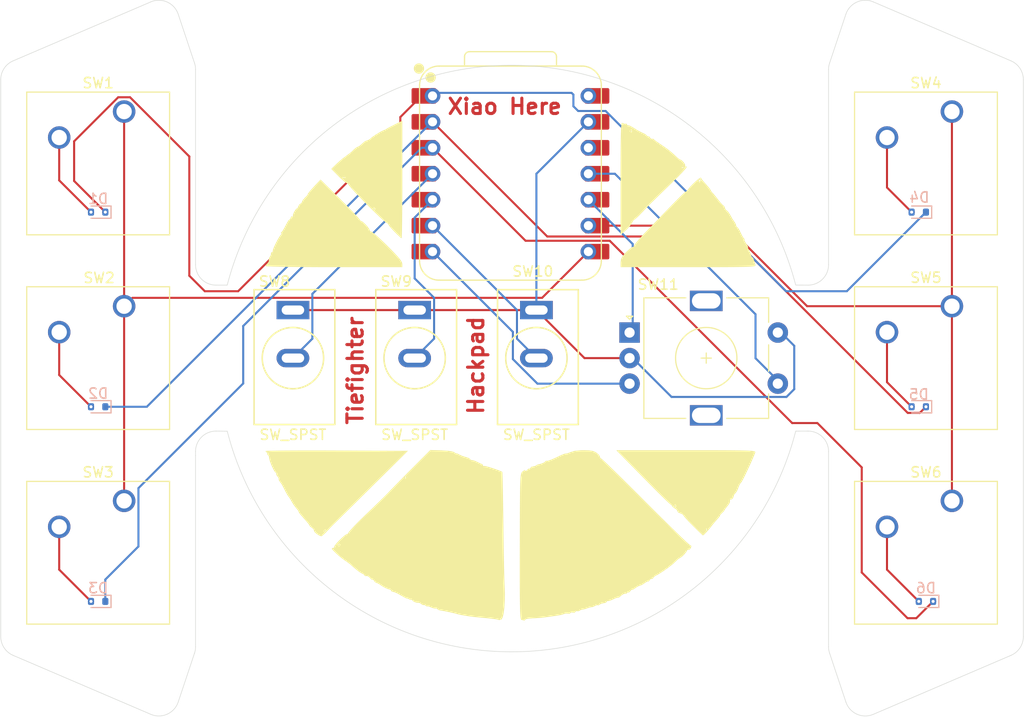
<source format=kicad_pcb>
(kicad_pcb (version 20240108) (generator "pcbnew") (generator_version "8.0")
  (layers (0 "F.Cu" signal) (31 "B.Cu" signal) (34 "B.Paste" user) (35 "F.Paste" user) (36 "B.SilkS" user "B.Silkscreen") (37 "F.SilkS" user "F.Silkscreen") (38 "B.Mask" user) (39 "F.Mask" user) (44 "Edge.Cuts" user))
  (net 0 "")
  (net 1 "Net-(D1-A)")
  (net 2 "Net-(D2-A)")
  (net 3 "Net-(D3-A)")
  (net 4 "Net-(D4-A)")
  (net 5 "Net-(D5-A)")
  (net 6 "Net-(D6-A)")
  (net 7 "Net-(D1-K)")
  (net 8 "GND")
  (net 9 "Net-(U1-GPIO0{slash}TX)")
  (net 10 "Net-(U1-GPIO3{slash}MOSI)")
  (net 11 "Net-(SW8-B)")
  (net 12 "Net-(SW9-B)")
  (net 13 "Net-(SW10-B)")
  (net 14 "Net-(D2-K)")
  (net 15 "Net-(D3-K)")
  (net 16 "Net-(U1-GPIO1{slash}RX)")
  (net 17 "Net-(U1-GPIO2{slash}SCK)")
  (net 18 "Net-(U1-GPIO4{slash}MISO)")
  (net 19 "+5V")
  (footprint "Button_Switch_Keyboard:SW_Cherry_MX_1.00u_PCB" (layer "F.Cu") (at 188.2775 97.31375)
    (property "Reference" "SW6" (at -2.54 -2.794 0) (layer "F.SilkS"))
    (property "Value" "SW_Push")
    (pad "" np_thru_hole circle (at -7.62 5.08) (size 1.7 1.7) (drill 1.7) (layers "*.Cu" "*.Mask"))
    (pad "" np_thru_hole circle (at -2.54 5.08) (size 4 4) (drill 4) (layers "*.Cu" "*.Mask"))
    (pad "" np_thru_hole circle (at 2.54 5.08) (size 1.7 1.7) (drill 1.7) (layers "*.Cu" "*.Mask"))
    (pad "1" thru_hole circle (at 0 0) (size 2.2 2.2) (drill 1.5) (layers "*.Cu" "*.Mask") (net 17 "Net-(U1-GPIO2{slash}SCK)"))
    (pad "2" thru_hole circle (at -6.35 2.54) (size 2.2 2.2) (drill 1.5) (layers "*.Cu" "*.Mask") (net 6 "Net-(D6-A)"))
  )
  (footprint "MountingHole:MountingHole_3.2mm_M3" (layer "F.Cu") (at 180 115)
    (property "Reference" "REF**" (hide yes))
    (property "Value" "MountingHole_3.2mm_M3" (hide yes))
    (pad "" np_thru_hole circle (at 0 0) (size 3.2 3.2) (drill 3.2) (layers "*.Cu" "*.Mask"))
  )
  (footprint "MountingHole:MountingHole_3.2mm_M3" (layer "F.Cu") (at 110 115)
    (property "Reference" "REF**" (hide yes))
    (property "Value" "MountingHole_3.2mm_M3" (hide yes))
    (pad "" np_thru_hole circle (at 0 0) (size 3.2 3.2) (drill 3.2) (layers "*.Cu" "*.Mask"))
  )
  (footprint "OPL:XIAO-RP2040-DIP" (layer "F.Cu") (at 145.1 65.3)
    (property "Reference" "U1" (hide yes))
    (property "Value" "XIAO-RP2040-DIP")
    (pad "1" smd roundrect (at -8.455 -7.62 180) (size 2.432 1.524) (layers "F.Cu" "F.Mask") (roundrect_rratio 0.1) (net 7 "Net-(D1-K)"))
    (pad "1" thru_hole circle (at -7.62 -7.62 180) (size 1.524 1.524) (drill 0.889) (layers "*.Cu" "*.Mask") (net 7 "Net-(D1-K)"))
    (pad "2" smd roundrect (at -8.455 -5.08 180) (size 2.432 1.524) (layers "F.Cu" "F.Mask") (roundrect_rratio 0.1) (net 14 "Net-(D2-K)"))
    (pad "2" thru_hole circle (at -7.62 -5.08 180) (size 1.524 1.524) (drill 0.889) (layers "*.Cu" "*.Mask") (net 14 "Net-(D2-K)"))
    (pad "3" smd roundrect (at -8.455 -2.54 180) (size 2.432 1.524) (layers "F.Cu" "F.Mask") (roundrect_rratio 0.1) (net 15 "Net-(D3-K)"))
    (pad "3" thru_hole circle (at -7.62 -2.54 180) (size 1.524 1.524) (drill 0.889) (layers "*.Cu" "*.Mask") (net 15 "Net-(D3-K)"))
    (pad "4" smd roundrect (at -8.455 0 180) (size 2.432 1.524) (layers "F.Cu" "F.Mask") (roundrect_rratio 0.1) (net 11 "Net-(SW8-B)"))
    (pad "4" thru_hole circle (at -7.62 0 180) (size 1.524 1.524) (drill 0.889) (layers "*.Cu" "*.Mask") (net 11 "Net-(SW8-B)"))
    (pad "5" smd roundrect (at -8.455 2.54 180) (size 2.432 1.524) (layers "F.Cu" "F.Mask") (roundrect_rratio 0.1) (net 12 "Net-(SW9-B)"))
    (pad "5" thru_hole circle (at -7.62 2.54 180) (size 1.524 1.524) (drill 0.889) (layers "*.Cu" "*.Mask") (net 12 "Net-(SW9-B)"))
    (pad "6" smd roundrect (at -8.455 5.08 180) (size 2.432 1.524) (layers "F.Cu" "F.Mask") (roundrect_rratio 0.1) (net 13 "Net-(SW10-B)"))
    (pad "6" thru_hole circle (at -7.62 5.08 180) (size 1.524 1.524) (drill 0.889) (layers "*.Cu" "*.Mask") (net 13 "Net-(SW10-B)"))
    (pad "7" smd roundrect (at -8.455 7.62 180) (size 2.432 1.524) (layers "F.Cu" "F.Mask") (roundrect_rratio 0.1) (net 9 "Net-(U1-GPIO0{slash}TX)"))
    (pad "7" thru_hole circle (at -7.62 7.62 180) (size 1.524 1.524) (drill 0.889) (layers "*.Cu" "*.Mask") (net 9 "Net-(U1-GPIO0{slash}TX)"))
    (pad "8" thru_hole circle (at 7.62 7.62) (size 1.524 1.524) (drill 0.889) (layers "*.Cu" "*.Mask") (net 16 "Net-(U1-GPIO1{slash}RX)"))
    (pad "8" smd roundrect (at 8.455 7.62) (size 2.432 1.524) (layers "F.Cu" "F.Mask") (roundrect_rratio 0.1) (net 16 "Net-(U1-GPIO1{slash}RX)"))
    (pad "9" thru_hole circle (at 7.62 5.08) (size 1.524 1.524) (drill 0.889) (layers "*.Cu" "*.Mask") (net 17 "Net-(U1-GPIO2{slash}SCK)"))
    (pad "9" smd roundrect (at 8.455 5.08) (size 2.432 1.524) (layers "F.Cu" "F.Mask") (roundrect_rratio 0.1) (net 17 "Net-(U1-GPIO2{slash}SCK)"))
    (pad "10" thru_hole circle (at 7.62 2.54) (size 1.524 1.524) (drill 0.889) (layers "*.Cu" "*.Mask") (net 18 "Net-(U1-GPIO4{slash}MISO)"))
    (pad "10" smd roundrect (at 8.455 2.54) (size 2.432 1.524) (layers "F.Cu" "F.Mask") (roundrect_rratio 0.1) (net 18 "Net-(U1-GPIO4{slash}MISO)"))
    (pad "11" thru_hole circle (at 7.62 0) (size 1.524 1.524) (drill 0.889) (layers "*.Cu" "*.Mask") (net 10 "Net-(U1-GPIO3{slash}MOSI)"))
    (pad "11" smd roundrect (at 8.455 0) (size 2.432 1.524) (layers "F.Cu" "F.Mask") (roundrect_rratio 0.1) (net 10 "Net-(U1-GPIO3{slash}MOSI)"))
    (pad "12" thru_hole circle (at 7.62 -2.54) (size 1.524 1.524) (drill 0.889) (layers "*.Cu" "*.Mask"))
    (pad "12" smd roundrect (at 8.455 -2.54) (size 2.432 1.524) (layers "F.Cu" "F.Mask") (roundrect_rratio 0.1))
    (pad "13" thru_hole circle (at 7.62 -5.08) (size 1.524 1.524) (drill 0.889) (layers "*.Cu" "*.Mask") (net 8 "GND"))
    (pad "13" smd roundrect (at 8.455 -5.08) (size 2.432 1.524) (layers "F.Cu" "F.Mask") (roundrect_rratio 0.1) (net 8 "GND"))
    (pad "14" thru_hole circle (at 7.62 -7.62) (size 1.524 1.524) (drill 0.889) (layers "*.Cu" "*.Mask") (net 19 "+5V"))
    (pad "14" smd roundrect (at 8.455 -7.62) (size 2.432 1.524) (layers "F.Cu" "F.Mask") (roundrect_rratio 0.1) (net 19 "+5V"))
  )
  (footprint "OPL2:ToggleSwitch_MTS-101_SPST" (layer "F.Cu") (at 135.73125 83.34375)
    (property "Reference" "SW9" (at -1.8 -7.5 0) (layer "F.SilkS"))
    (property "Value" "SW_SPST" (at 0 7.5 0) (layer "F.SilkS"))
    (pad "1" thru_hole rect (at 0 -4.7) (size 3.2 1.8) (drill oval 2.2 0.9) (layers "*.Cu" "*.Mask") (net 8 "GND"))
    (pad "2" thru_hole oval (at 0 0) (size 3.2 1.8) (drill oval 2.2 0.9) (layers "*.Cu" "*.Mask") (net 12 "Net-(SW9-B)"))
  )
  (footprint "Button_Switch_Keyboard:SW_Cherry_MX_1.00u_PCB" (layer "F.Cu") (at 107.315 78.26375)
    (property "Reference" "SW2" (at -2.445 -2.77375 0) (layer "F.SilkS"))
    (property "Value" "SW_Push")
    (pad "" np_thru_hole circle (at -7.62 5.08) (size 1.7 1.7) (drill 1.7) (layers "*.Cu" "*.Mask"))
    (pad "" np_thru_hole circle (at -2.54 5.08) (size 4 4) (drill 4) (layers "*.Cu" "*.Mask"))
    (pad "" np_thru_hole circle (at 2.54 5.08) (size 1.7 1.7) (drill 1.7) (layers "*.Cu" "*.Mask"))
    (pad "1" thru_hole circle (at 0 0) (size 2.2 2.2) (drill 1.5) (layers "*.Cu" "*.Mask") (net 16 "Net-(U1-GPIO1{slash}RX)"))
    (pad "2" thru_hole circle (at -6.35 2.54) (size 2.2 2.2) (drill 1.5) (layers "*.Cu" "*.Mask") (net 2 "Net-(D2-A)"))
  )
  (footprint "Rotary_Encoder:RotaryEncoder_Alps_EC11E-Switch_Vertical_H20mm" (layer "F.Cu") (at 156.75 80.84375)
    (property "Reference" "SW11" (at 2.8 -4.7 0) (layer "F.SilkS"))
    (property "Value" "RotaryEncoder_Switch")
    (pad "A" thru_hole rect (at 0 0) (size 2 2) (drill 1) (layers "*.Cu" "*.Mask") (net 18 "Net-(U1-GPIO4{slash}MISO)"))
    (pad "B" thru_hole circle (at 0 5) (size 2 2) (drill 1) (layers "*.Cu" "*.Mask") (net 9 "Net-(U1-GPIO0{slash}TX)"))
    (pad "C" thru_hole circle (at 0 2.5) (size 2 2) (drill 1) (layers "*.Cu" "*.Mask") (net 8 "GND"))
    (pad "MP" thru_hole rect (at 7.5 -3.1) (size 3.2 2) (drill oval 2.8 1.5) (layers "*.Cu" "*.Mask"))
    (pad "MP" thru_hole rect (at 7.5 8.1) (size 3.2 2) (drill oval 2.8 1.5) (layers "*.Cu" "*.Mask"))
    (pad "S1" thru_hole circle (at 14.5 5) (size 2 2) (drill 1) (layers "*.Cu" "*.Mask") (net 10 "Net-(U1-GPIO3{slash}MOSI)"))
    (pad "S2" thru_hole circle (at 14.5 0) (size 2 2) (drill 1) (layers "*.Cu" "*.Mask") (net 8 "GND"))
  )
  (footprint "Button_Switch_Keyboard:SW_Cherry_MX_1.00u_PCB" (layer "F.Cu") (at 107.315 97.31375)
    (property "Reference" "SW3" (at -2.54 -2.794 0) (layer "F.SilkS"))
    (property "Value" "SW_Push")
    (pad "" np_thru_hole circle (at -7.62 5.08) (size 1.7 1.7) (drill 1.7) (layers "*.Cu" "*.Mask"))
    (pad "" np_thru_hole circle (at -2.54 5.08) (size 4 4) (drill 4) (layers "*.Cu" "*.Mask"))
    (pad "" np_thru_hole circle (at 2.54 5.08) (size 1.7 1.7) (drill 1.7) (layers "*.Cu" "*.Mask"))
    (pad "1" thru_hole circle (at 0 0) (size 2.2 2.2) (drill 1.5) (layers "*.Cu" "*.Mask") (net 16 "Net-(U1-GPIO1{slash}RX)"))
    (pad "2" thru_hole circle (at -6.35 2.54) (size 2.2 2.2) (drill 1.5) (layers "*.Cu" "*.Mask") (net 3 "Net-(D3-A)"))
  )
  (footprint "Button_Switch_Keyboard:SW_Cherry_MX_1.00u_PCB" (layer "F.Cu") (at 188.2775 78.26375)
    (property "Reference" "SW5" (at -2.54 -2.794 0) (layer "F.SilkS"))
    (property "Value" "SW_Push")
    (pad "" np_thru_hole circle (at -7.62 5.08) (size 1.7 1.7) (drill 1.7) (layers "*.Cu" "*.Mask"))
    (pad "" np_thru_hole circle (at -2.54 5.08) (size 4 4) (drill 4) (layers "*.Cu" "*.Mask"))
    (pad "" np_thru_hole circle (at 2.54 5.08) (size 1.7 1.7) (drill 1.7) (layers "*.Cu" "*.Mask"))
    (pad "1" thru_hole circle (at 0 0) (size 2.2 2.2) (drill 1.5) (layers "*.Cu" "*.Mask") (net 17 "Net-(U1-GPIO2{slash}SCK)"))
    (pad "2" thru_hole circle (at -6.35 2.54) (size 2.2 2.2) (drill 1.5) (layers "*.Cu" "*.Mask") (net 5 "Net-(D5-A)"))
  )
  (footprint "MountingHole:MountingHole_3.2mm_M3" (layer "F.Cu") (at 110 52)
    (property "Reference" "REF**" (hide yes))
    (property "Value" "MountingHole_3.2mm_M3")
    (pad "" np_thru_hole circle (at 0 0) (size 3.2 3.2) (drill 3.2) (layers "*.Cu" "*.Mask"))
  )
  (footprint "OPL2:cockpit" (layer "F.Cu") (at 145.2 83.4)
    (property "Reference" "G***" (hide yes))
    (property "Value" "LOGO" (hide yes))
  )
  (footprint "Button_Switch_Keyboard:SW_Cherry_MX_1.00u_PCB" (layer "F.Cu") (at 107.315 59.21375)
    (property "Reference" "SW1" (at -2.54 -2.794 0) (layer "F.SilkS"))
    (property "Value" "SW_Push")
    (pad "" np_thru_hole circle (at -7.62 5.08) (size 1.7 1.7) (drill 1.7) (layers "*.Cu" "*.Mask"))
    (pad "" np_thru_hole circle (at -2.54 5.08) (size 4 4) (drill 4) (layers "*.Cu" "*.Mask"))
    (pad "" np_thru_hole circle (at 2.54 5.08) (size 1.7 1.7) (drill 1.7) (layers "*.Cu" "*.Mask"))
    (pad "1" thru_hole circle (at 0 0) (size 2.2 2.2) (drill 1.5) (layers "*.Cu" "*.Mask") (net 16 "Net-(U1-GPIO1{slash}RX)"))
    (pad "2" thru_hole circle (at -6.35 2.54) (size 2.2 2.2) (drill 1.5) (layers "*.Cu" "*.Mask") (net 1 "Net-(D1-A)"))
  )
  (footprint "MountingHole:MountingHole_3.2mm_M3" (layer "F.Cu") (at 180 52)
    (property "Reference" "REF**" (hide yes))
    (property "Value" "MountingHole_3.2mm_M3" (hide yes))
    (pad "" np_thru_hole circle (at 0 0) (size 3.2 3.2) (drill 3.2) (layers "*.Cu" "*.Mask"))
  )
  (footprint "OPL2:ToggleSwitch_MTS-101_SPST" (layer "F.Cu") (at 123.825 83.34375)
    (property "Reference" "SW8" (at -1.8 -7.5 0) (layer "F.SilkS"))
    (property "Value" "SW_SPST" (at 0 7.5 0) (layer "F.SilkS"))
    (pad "1" thru_hole rect (at 0 -4.7) (size 3.2 1.8) (drill oval 2.2 0.9) (layers "*.Cu" "*.Mask") (net 8 "GND"))
    (pad "2" thru_hole oval (at 0 0) (size 3.2 1.8) (drill oval 2.2 0.9) (layers "*.Cu" "*.Mask") (net 11 "Net-(SW8-B)"))
  )
  (footprint "Button_Switch_Keyboard:SW_Cherry_MX_1.00u_PCB" (layer "F.Cu") (at 188.2775 59.21375)
    (property "Reference" "SW4" (at -2.54 -2.794 0) (layer "F.SilkS"))
    (property "Value" "SW_Push")
    (pad "" np_thru_hole circle (at -7.62 5.08) (size 1.7 1.7) (drill 1.7) (layers "*.Cu" "*.Mask"))
    (pad "" np_thru_hole circle (at -2.54 5.08) (size 4 4) (drill 4) (layers "*.Cu" "*.Mask"))
    (pad "" np_thru_hole circle (at 2.54 5.08) (size 1.7 1.7) (drill 1.7) (layers "*.Cu" "*.Mask"))
    (pad "1" thru_hole circle (at 0 0) (size 2.2 2.2) (drill 1.5) (layers "*.Cu" "*.Mask") (net 17 "Net-(U1-GPIO2{slash}SCK)"))
    (pad "2" thru_hole circle (at -6.35 2.54) (size 2.2 2.2) (drill 1.5) (layers "*.Cu" "*.Mask") (net 4 "Net-(D4-A)"))
  )
  (footprint "OPL2:ToggleSwitch_MTS-101_SPST" (layer "F.Cu") (at 147.6375 83.34375)
    (property "Reference" "SW10" (at -0.3475 -8.48375 0) (layer "F.SilkS"))
    (property "Value" "SW_SPST" (at 0 7.5 0) (layer "F.SilkS"))
    (pad "1" thru_hole rect (at 0 -4.7) (size 3.2 1.8) (drill oval 2.2 0.9) (layers "*.Cu" "*.Mask") (net 8 "GND"))
    (pad "2" thru_hole oval (at 0 0) (size 3.2 1.8) (drill oval 2.2 0.9) (layers "*.Cu" "*.Mask") (net 13 "Net-(SW10-B)"))
  )
  (footprint "Diode_SMD:D_SOD-523" (layer "B.Cu") (at 104.775 107.15625 180)
    (property "Reference" "D3" (at 0 1.3 0) (layer "B.SilkS") (effects (justify mirror)))
    (property "Value" "1N4148WT")
    (pad "1" smd roundrect (at -0.7 0) (size 0.6 0.7) (layers "B.Cu" "B.Paste" "B.Mask") (net 15 "Net-(D3-K)"))
    (pad "2" smd roundrect (at 0.7 0) (size 0.6 0.7) (layers "B.Cu" "B.Paste" "B.Mask") (net 3 "Net-(D3-A)"))
  )
  (footprint "Diode_SMD:D_SOD-523" (layer "B.Cu") (at 104.775 88.10625 180)
    (property "Reference" "D2" (at 0 1.3 0) (layer "B.SilkS") (effects (justify mirror)))
    (property "Value" "1N4148WT")
    (pad "1" smd roundrect (at -0.7 0) (size 0.6 0.7) (layers "B.Cu" "B.Paste" "B.Mask") (net 14 "Net-(D2-K)"))
    (pad "2" smd roundrect (at 0.7 0) (size 0.6 0.7) (layers "B.Cu" "B.Paste" "B.Mask") (net 2 "Net-(D2-A)"))
  )
  (footprint "Diode_SMD:D_SOD-523" (layer "B.Cu") (at 104.775 69.05625 180)
    (property "Reference" "D1" (at 0 1.3 0) (layer "B.SilkS") (effects (justify mirror)))
    (property "Value" "1N4148WT")
    (pad "1" smd roundrect (at -0.7 0) (size 0.6 0.7) (layers "B.Cu" "B.Paste" "B.Mask") (net 7 "Net-(D1-K)"))
    (pad "2" smd roundrect (at 0.7 0) (size 0.6 0.7) (layers "B.Cu" "B.Paste" "B.Mask") (net 1 "Net-(D1-A)"))
  )
  (footprint "Diode_SMD:D_SOD-523" (layer "B.Cu") (at 185.7375 107.15625 180)
    (property "Reference" "D6" (at 0 1.3 0) (layer "B.SilkS") (effects (justify mirror)))
    (property "Value" "1N4148WT")
    (pad "1" smd roundrect (at -0.7 0) (size 0.6 0.7) (layers "B.Cu" "B.Paste" "B.Mask") (net 15 "Net-(D3-K)"))
    (pad "2" smd roundrect (at 0.7 0) (size 0.6 0.7) (layers "B.Cu" "B.Paste" "B.Mask") (net 6 "Net-(D6-A)"))
  )
  (footprint "Diode_SMD:D_SOD-523" (layer "B.Cu") (at 185.0375 88.10625 180)
    (property "Reference" "D5" (at 0 1.20625 0) (layer "B.SilkS") (effects (justify mirror)))
    (property "Value" "1N4148WT")
    (pad "1" smd roundrect (at -0.7 0) (size 0.6 0.7) (layers "B.Cu" "B.Paste" "B.Mask") (net 14 "Net-(D2-K)"))
    (pad "2" smd roundrect (at 0.7 0) (size 0.6 0.7) (layers "B.Cu" "B.Paste" "B.Mask") (net 5 "Net-(D5-A)"))
  )
  (footprint "Diode_SMD:D_SOD-523" (layer "B.Cu") (at 185.0375 69.05625 180)
    (property "Reference" "D4" (at -0.05625 1.4375 0) (layer "B.SilkS") (effects (justify mirror)))
    (property "Value" "1N4148WT")
    (pad "1" smd roundrect (at -0.7 0) (size 0.6 0.7) (layers "B.Cu" "B.Paste" "B.Mask") (net 7 "Net-(D1-K)"))
    (pad "2" smd roundrect (at 0.7 0) (size 0.6 0.7) (layers "B.Cu" "B.Paste" "B.Mask") (net 4 "Net-(D4-A)"))
  )
  (gr_line (start 173 76.196972) (end 174.2125 76.2) (stroke (width 0.05)) (layer "Edge.Cuts"))
  (gr_line (start 95.25 56.087542) (end 95.25 110.599958) (stroke (width 0.05)) (layer "Edge.Cuts"))
  (gr_line (start 114.3 111.594195) (end 114.3 92.86875) (stroke (width 0.05)) (layer "Edge.Cuts"))
  (gr_arc (start 114.3 111.594195) (mid 114.274176 111.914559) (end 114.197367 112.22665) (stroke (width 0.05)) (layer "Edge.Cuts"))
  (gr_line (start 176.212502 55.093305) (end 176.2125 74.2) (stroke (width 0.05)) (layer "Edge.Cuts"))
  (gr_line (start 194.050338 112.438248) (end 180.591603 118.206277) (stroke (width 0.05)) (layer "Edge.Cuts"))
  (gr_arc (start 180.591603 118.206277) (mid 178.984475 118.192446) (end 177.906397 117.000443) (stroke (width 0.05)) (layer "Edge.Cuts"))
  (gr_arc (start 177.906397 49.687057) (mid 178.984452 48.495002) (end 180.591603 48.481223) (stroke (width 0.05)) (layer "Edge.Cuts"))
  (gr_line (start 96.462162 112.438248) (end 109.920897 118.206277) (stroke (width 0.05)) (layer "Edge.Cuts"))
  (gr_arc (start 96.462162 112.438248) (mid 95.580334 111.700936) (end 95.25 110.599958) (stroke (width 0.05)) (layer "Edge.Cuts"))
  (gr_arc (start 176.2125 74.2) (mid 175.626714 75.614214) (end 174.2125 76.2) (stroke (width 0.05)) (layer "Edge.Cuts"))
  (gr_line (start 177.906397 49.687057) (end 176.315126 54.460873) (stroke (width 0.05)) (layer "Edge.Cuts"))
  (gr_arc (start 114.3 92.4875) (mid 114.885786 91.073286) (end 116.3 90.4875) (stroke (width 0.05)) (layer "Edge.Cuts"))
  (gr_arc (start 176.212502 55.093305) (mid 176.238324 54.772953) (end 176.315126 54.460873) (stroke (width 0.05)) (layer "Edge.Cuts"))
  (gr_arc (start 194.050338 54.249252) (mid 194.932182 54.98656) (end 195.2625 56.087542) (stroke (width 0.05)) (layer "Edge.Cuts"))
  (gr_line (start 96.462162 54.249252) (end 109.920897 48.481223) (stroke (width 0.05)) (layer "Edge.Cuts"))
  (gr_arc (start 116.3 76.2) (mid 114.885786 75.614214) (end 114.3 74.2) (stroke (width 0.05)) (layer "Edge.Cuts"))
  (gr_arc (start 195.2625 110.599958) (mid 194.932182 111.70094) (end 194.050338 112.438248) (stroke (width 0.05)) (layer "Edge.Cuts"))
  (gr_line (start 116.3 76.2) (end 117.4 76.199999) (stroke (width 0.05)) (layer "Edge.Cuts"))
  (gr_line (start 114.3 55.093305) (end 114.3 74.2) (stroke (width 0.05)) (layer "Edge.Cuts"))
  (gr_line (start 194.050338 54.249252) (end 180.591603 48.481223) (stroke (width 0.05)) (layer "Edge.Cuts"))
  (gr_arc (start 173 90.49131) (mid 145.20421 112.090184) (end 117.402083 90.499468) (stroke (width 0.05)) (layer "Edge.Cuts"))
  (gr_arc (start 114.197373 54.460848) (mid 114.274177 54.77294) (end 114.3 55.093305) (stroke (width 0.05)) (layer "Edge.Cuts"))
  (gr_arc (start 174.2125 90.4875) (mid 175.626714 91.073286) (end 176.2125 92.4875) (stroke (width 0.05)) (layer "Edge.Cuts"))
  (gr_line (start 176.2125 111.594195) (end 176.2125 92.4875) (stroke (width 0.05)) (layer "Edge.Cuts"))
  (gr_line (start 112.606103 117.000443) (end 114.197367 112.22665) (stroke (width 0.05)) (layer "Edge.Cuts"))
  (gr_arc (start 117.399266 76.199809) (mid 145.198535 54.681999) (end 172.999999 76.196972) (stroke (width 0.05)) (layer "Edge.Cuts"))
  (gr_arc (start 112.606103 117.000443) (mid 111.528048 118.192468) (end 109.920897 118.206277) (stroke (width 0.05)) (layer "Edge.Cuts"))
  (gr_line (start 195.2625 56.087542) (end 195.2625 110.599958) (stroke (width 0.05)) (layer "Edge.Cuts"))
  (gr_line (start 173 90.49131) (end 174.2125 90.4875) (stroke (width 0.05)) (layer "Edge.Cuts"))
  (gr_arc (start 176.315133 112.22665) (mid 176.238325 111.914559) (end 176.2125 111.594195) (stroke (width 0.05)) (layer "Edge.Cuts"))
  (gr_arc (start 109.920897 48.481223) (mid 111.528025 48.495054) (end 112.606103 49.687057) (stroke (width 0.05)) (layer "Edge.Cuts"))
  (gr_line (start 114.3 92.86875) (end 114.3 92.4875) (stroke (width 0.05)) (layer "Edge.Cuts"))
  (gr_arc (start 95.25 56.087542) (mid 95.580318 54.98656) (end 96.462162 54.249252) (stroke (width 0.05)) (layer "Edge.Cuts"))
  (gr_line (start 177.906397 117.000443) (end 176.315133 112.22665) (stroke (width 0.05)) (layer "Edge.Cuts"))
  (gr_line (start 116.3 90.4875) (end 117.4 90.5) (stroke (width 0.05)) (layer "Edge.Cuts"))
  (gr_line (start 112.606103 49.687057) (end 114.197367 54.46085) (stroke (width 0.05)) (layer "Edge.Cuts"))
  (gr_text "Xiao Here" (at 138.8 59.6 0) (layer "F.Cu") (effects (font (size 1.5 1.5) (thickness 0.3) (bold yes)) (justify left bottom)))
  (gr_text "Tiefighter" (at 130.8 90 90) (layer "F.Cu") (effects (font (size 1.5 1.5) (thickness 0.3) (bold yes)) (justify left bottom)))
  (gr_text "Hackpad" (at 142.6 89 90) (layer "F.Cu") (effects (font (size 1.5 1.5) (thickness 0.3) (bold yes)) (justify left bottom)))
  (segment (start 100.965 61.75375) (end 100.965 65.94625) (width 0.2) (layer "F.Cu") (net 1))
  (segment (start 100.965 65.94625) (end 104.075 69.05625) (width 0.2) (layer "F.Cu") (net 1))
  (via (at 104.075 69.05625) (size 0.6) (drill 0.3) (layers "F.Cu" "B.Cu") (net 1))
  (segment (start 100.965 84.99625) (end 104.075 88.10625) (width 0.2) (layer "F.Cu") (net 2))
  (segment (start 100.965 80.80375) (end 100.965 84.99625) (width 0.2) (layer "F.Cu") (net 2))
  (via (at 104.075 88.10625) (size 0.6) (drill 0.3) (layers "F.Cu" "B.Cu") (net 2))
  (segment (start 100.965 104.04625) (end 104.075 107.15625) (width 0.2) (layer "F.Cu") (net 3))
  (segment (start 100.965 99.85375) (end 100.965 104.04625) (width 0.2) (layer "F.Cu") (net 3))
  (via (at 104.075 107.15625) (size 0.6) (drill 0.3) (layers "F.Cu" "B.Cu") (net 3))
  (segment (start 181.9275 61.75375) (end 181.9275 66.64625) (width 0.2) (layer "F.Cu") (net 4))
  (segment (start 181.9275 66.64625) (end 184.3375 69.05625) (width 0.2) (layer "F.Cu") (net 4))
  (via (at 184.3375 69.05625) (size 0.6) (drill 0.3) (layers "F.Cu" "B.Cu") (net 4))
  (segment (start 181.9275 85.69625) (end 184.3375 88.10625) (width 0.2) (layer "F.Cu") (net 5))
  (segment (start 181.9275 80.80375) (end 181.9275 85.69625) (width 0.2) (layer "F.Cu") (net 5))
  (via (at 184.3375 88.10625) (size 0.6) (drill 0.3) (layers "F.Cu" "B.Cu") (net 5))
  (segment (start 181.9275 104.04625) (end 185.0375 107.15625) (width 0.2) (layer "F.Cu") (net 6))
  (segment (start 181.9275 99.85375) (end 181.9275 104.04625) (width 0.2) (layer "F.Cu") (net 6))
  (via (at 185.0375 107.15625) (size 0.6) (drill 0.3) (layers "F.Cu" "B.Cu") (net 6))
  (segment (start 113.690627 63.609478) (end 107.894899 57.81375) (width 0.2) (layer "F.Cu") (net 7))
  (segment (start 137.48 57.68) (end 136.40237 57.68) (width 0.2) (layer "F.Cu") (net 7))
  (segment (start 118.4625 76.8) (end 115.210176 76.8) (width 0.2) (layer "F.Cu") (net 7))
  (segment (start 134.330176 59.752194) (end 134.330176 60.932324) (width 0.2) (layer "F.Cu") (net 7))
  (segment (start 102.425 62.123851) (end 102.425 66.00625) (width 0.2) (layer "F.Cu") (net 7))
  (segment (start 115.210176 76.8) (end 113.690627 75.280451) (width 0.2) (layer "F.Cu") (net 7))
  (segment (start 113.690627 75.280451) (end 113.690627 63.609478) (width 0.2) (layer "F.Cu") (net 7))
  (segment (start 136.40237 57.68) (end 134.330176 59.752194) (width 0.2) (layer "F.Cu") (net 7))
  (segment (start 134.330176 60.932324) (end 118.4625 76.8) (width 0.2) (layer "F.Cu") (net 7))
  (segment (start 106.735101 57.81375) (end 102.425 62.123851) (width 0.2) (layer "F.Cu") (net 7))
  (segment (start 102.425 66.00625) (end 105.475 69.05625) (width 0.2) (layer "F.Cu") (net 7))
  (segment (start 107.894899 57.81375) (end 106.735101 57.81375) (width 0.2) (layer "F.Cu") (net 7))
  (via (at 105.475 69.05625) (size 0.6) (drill 0.3) (layers "F.Cu" "B.Cu") (net 7))
  (segment (start 137.777016 57.382984) (end 137.48 57.68) (width 0.2) (layer "B.Cu") (net 7))
  (segment (start 151.721126 59.158) (end 151.25619 58.693064) (width 0.2) (layer "B.Cu") (net 7))
  (segment (start 177.99375 76.8) (end 172.05 76.8) (width 0.2) (layer "B.Cu") (net 7))
  (segment (start 151.080454 57.382984) (end 137.777016 57.382984) (width 0.2) (layer "B.Cu") (net 7))
  (segment (start 154.408 59.158) (end 151.721126 59.158) (width 0.2) (layer "B.Cu") (net 7))
  (segment (start 151.25619 58.693064) (end 151.25619 57.55872) (width 0.2) (layer "B.Cu") (net 7))
  (segment (start 172.05 76.8) (end 154.408 59.158) (width 0.2) (layer "B.Cu") (net 7))
  (segment (start 151.25619 57.55872) (end 151.080454 57.382984) (width 0.2) (layer "B.Cu") (net 7))
  (segment (start 185.7375 69.05625) (end 177.99375 76.8) (width 0.2) (layer "B.Cu") (net 7))
  (segment (start 152.3375 83.34375) (end 147.6375 78.64375) (width 0.2) (layer "F.Cu") (net 8))
  (segment (start 156.75 83.34375) (end 152.3375 83.34375) (width 0.2) (layer "F.Cu") (net 8))
  (segment (start 135.73125 78.64375) (end 123.825 78.64375) (width 0.2) (layer "F.Cu") (net 8))
  (segment (start 147.6375 78.64375) (end 135.73125 78.64375) (width 0.2) (layer "F.Cu") (net 8))
  (segment (start 160.85625 87.14375) (end 172.094728 87.14375) (width 0.2) (layer "B.Cu") (net 8))
  (segment (start 152.72 60.22) (end 147.6375 65.3025) (width 0.2) (layer "B.Cu") (net 8))
  (segment (start 172.85625 82.14375) (end 171.55625 80.84375) (width 0.2) (layer "B.Cu") (net 8))
  (segment (start 157.05625 83.34375) (end 160.85625 87.14375) (width 0.2) (layer "B.Cu") (net 8))
  (segment (start 172.094728 87.14375) (end 172.85625 86.382228) (width 0.2) (layer "B.Cu") (net 8))
  (segment (start 172.85625 86.382228) (end 172.85625 82.14375) (width 0.2) (layer "B.Cu") (net 8))
  (segment (start 147.6375 65.3025) (end 147.6375 78.64375) (width 0.2) (layer "B.Cu") (net 8))
  (segment (start 145.3375 83.440806) (end 147.740444 85.84375) (width 0.2) (layer "B.Cu") (net 9))
  (segment (start 145.3375 80.7775) (end 145.3375 83.440806) (width 0.2) (layer "B.Cu") (net 9))
  (segment (start 137.48 72.92) (end 145.3375 80.7775) (width 0.2) (layer "B.Cu") (net 9))
  (segment (start 147.740444 85.84375) (end 157.05625 85.84375) (width 0.2) (layer "B.Cu") (net 9))
  (segment (start 155.3125 65.3) (end 169.06875 79.05625) (width 0.2) (layer "B.Cu") (net 10))
  (segment (start 169.06875 83.35625) (end 171.55625 85.84375) (width 0.2) (layer "B.Cu") (net 10))
  (segment (start 169.06875 79.05625) (end 169.06875 83.35625) (width 0.2) (layer "B.Cu") (net 10))
  (segment (start 152.72 65.3) (end 155.3125 65.3) (width 0.2) (layer "B.Cu") (net 10))
  (segment (start 137.48 65.3) (end 125.725 77.055) (width 0.2) (layer "B.Cu") (net 11))
  (segment (start 125.725 81.44375) (end 123.825 83.34375) (width 0.2) (layer "B.Cu") (net 11))
  (segment (start 125.725 77.055) (end 125.725 81.44375) (width 0.2) (layer "B.Cu") (net 11))
  (segment (start 137.48 67.84) (end 135.73125 69.58875) (width 0.2) (layer "B.Cu") (net 12))
  (segment (start 135.73125 69.58875) (end 135.73125 75.54375) (width 0.2) (layer "B.Cu") (net 12))
  (segment (start 137.63125 81.44375) (end 135.73125 83.34375) (width 0.2) (layer "B.Cu") (net 12))
  (segment (start 135.73125 75.54375) (end 137.63125 77.44375) (width 0.2) (layer "B.Cu") (net 12))
  (segment (start 137.63125 77.44375) (end 137.63125 81.44375) (width 0.2) (layer "B.Cu") (net 12))
  (segment (start 137.48 70.38) (end 145.7375 78.6375) (width 0.2) (layer "B.Cu") (net 13))
  (segment (start 145.7375 81.44375) (end 147.6375 83.34375) (width 0.2) (layer "B.Cu") (net 13))
  (segment (start 145.7375 78.6375) (end 145.7375 81.44375) (width 0.2) (layer "B.Cu") (net 13))
  (segment (start 183.95625 88.70625) (end 185.1375 88.70625) (width 0.2) (layer "F.Cu") (net 14))
  (segment (start 166.692 71.442) (end 183.95625 88.70625) (width 0.2) (layer "F.Cu") (net 14))
  (segment (start 185.1375 88.70625) (end 185.7375 88.10625) (width 0.2) (layer "F.Cu") (net 14))
  (segment (start 137.48 60.22) (end 148.702 71.442) (width 0.2) (layer "F.Cu") (net 14))
  (segment (start 148.702 71.442) (end 166.692 71.442) (width 0.2) (layer "F.Cu") (net 14))
  (via (at 185.7375 88.10625) (size 0.6) (drill 0.3) (layers "F.Cu" "B.Cu") (net 14))
  (segment (start 137.48 60.22) (end 137.42375 60.22) (width 0.2) (layer "B.Cu") (net 14))
  (segment (start 137.42375 60.22) (end 109.5375 88.10625) (width 0.2) (layer "B.Cu") (net 14))
  (segment (start 109.5375 88.10625) (end 105.475 88.10625) (width 0.2) (layer "B.Cu") (net 14))
  (segment (start 179.4575 104.323185) (end 183.934315 108.8) (width 0.2) (layer "F.Cu") (net 15))
  (segment (start 172.651472 89.699258) (end 175.114082 89.699258) (width 0.2) (layer "F.Cu") (net 15))
  (segment (start 183.934315 108.8) (end 184.79375 108.8) (width 0.2) (layer "F.Cu") (net 15))
  (segment (start 184.79375 108.8) (end 186.4375 107.15625) (width 0.2) (layer "F.Cu") (net 15))
  (segment (start 154.810214 71.858) (end 172.651472 89.699258) (width 0.2) (layer "F.Cu") (net 15))
  (segment (start 175.114082 89.699258) (end 179.4575 94.042676) (width 0.2) (layer "F.Cu") (net 15))
  (segment (start 137.48 62.76) (end 146.578 71.858) (width 0.2) (layer "F.Cu") (net 15))
  (segment (start 179.4575 94.042676) (end 179.4575 104.323185) (width 0.2) (layer "F.Cu") (net 15))
  (segment (start 146.578 71.858) (end 154.810214 71.858) (width 0.2) (layer "F.Cu") (net 15))
  (via (at 186.4375 107.15625) (size 0.6) (drill 0.3) (layers "F.Cu" "B.Cu") (net 15))
  (segment (start 118.9625 80.19987) (end 118.9625 85.825) (width 0.2) (layer "B.Cu") (net 15))
  (segment (start 108.715 101.777152) (end 105.475 105.017152) (width 0.2) (layer "B.Cu") (net 15))
  (segment (start 108.715 96.0725) (end 108.715 101.777152) (width 0.2) (layer "B.Cu") (net 15))
  (segment (start 137.48 62.76) (end 136.40237 62.76) (width 0.2) (layer "B.Cu") (net 15))
  (segment (start 136.40237 62.76) (end 118.9625 80.19987) (width 0.2) (layer "B.Cu") (net 15))
  (segment (start 118.9625 85.825) (end 108.715 96.0725) (width 0.2) (layer "B.Cu") (net 15))
  (segment (start 105.475 105.017152) (end 105.475 107.15625) (width 0.2) (layer "B.Cu") (net 15))
  (segment (start 152.72 72.92) (end 148.19625 77.44375) (width 0.2) (layer "F.Cu") (net 16))
  (segment (start 107.315 78.26375) (end 107.315 97.31375) (width 0.2) (layer "F.Cu") (net 16))
  (segment (start 148.19625 77.44375) (end 108.135 77.44375) (width 0.2) (layer "F.Cu") (net 16))
  (segment (start 107.315 59.21375) (end 107.315 78.26375) (width 0.2) (layer "F.Cu") (net 16))
  (segment (start 108.135 77.44375) (end 107.315 78.26375) (width 0.2) (layer "F.Cu") (net 16))
  (segment (start 188.2775 78.26375) (end 188.2775 59.21375) (width 0.2) (layer "F.Cu") (net 17))
  (segment (start 166.231472 70.38) (end 174.115222 78.26375) (width 0.2) (layer "F.Cu") (net 17))
  (segment (start 152.72 70.38) (end 166.231472 70.38) (width 0.2) (layer "F.Cu") (net 17))
  (segment (start 188.2775 78.26375) (end 188.2775 97.31375) (width 0.2) (layer "F.Cu") (net 17))
  (segment (start 174.115222 78.26375) (end 188.2775 78.26375) (width 0.2) (layer "F.Cu") (net 17))
  (segment (start 157.05625 72.17625) (end 157.05625 80.84375) (width 0.2) (layer "B.Cu") (net 18))
  (segment (start 152.72 67.84) (end 157.05625 72.17625) (width 0.2) (layer "B.Cu") (net 18))
)
</source>
